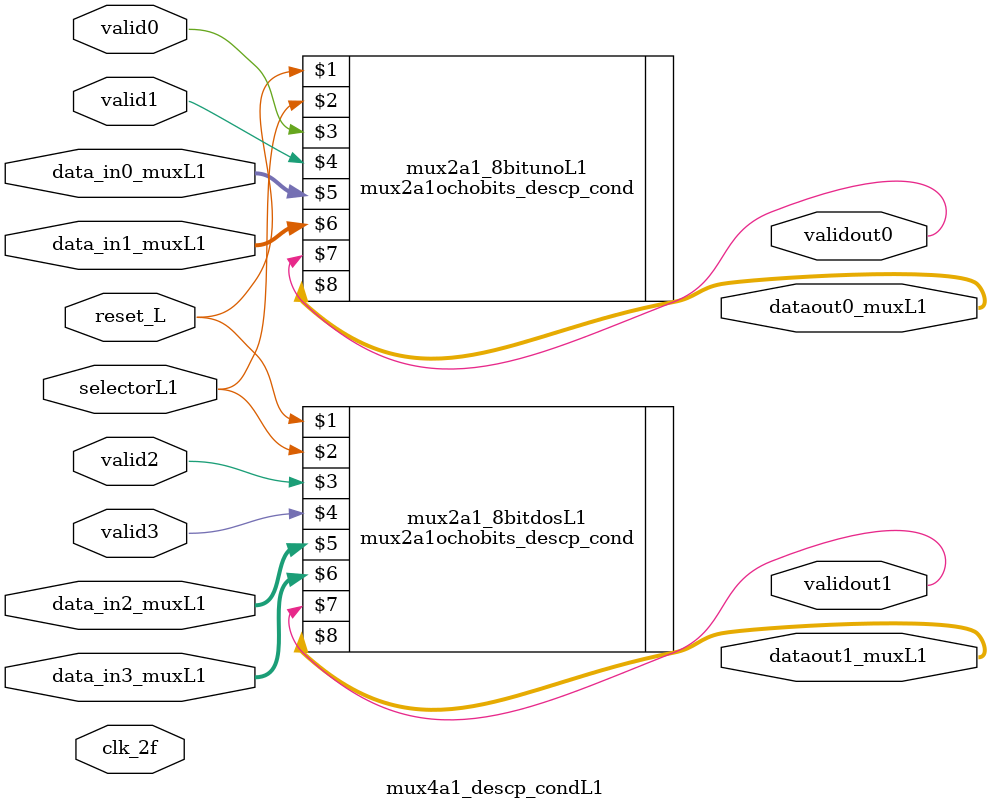
<source format=v>
`include "Mux2a1_ochobits.v"
module mux4a1_descp_condL1(
    //entradas
    input clk_2f,
    input reset_L,
    input selectorL1,
    input valid0,
    input valid1,
    input valid2,
    input valid3,
    input [7:0] data_in0_muxL1,
    input [7:0] data_in1_muxL1,
    input [7:0] data_in2_muxL1,
    input [7:0] data_in3_muxL1,    
    //salidas
    output wire validout0,
    output wire validout1,
    output wire [7:0] dataout0_muxL1,
    output wire [7:0] dataout1_muxL1
    );   
    mux2a1ochobits_descp_cond mux2a1_8bitunoL1(reset_L,selectorL1,valid0,valid1,data_in0_muxL1,data_in1_muxL1,validout0,dataout0_muxL1);
    mux2a1ochobits_descp_cond mux2a1_8bitdosL1(reset_L,selectorL1,valid2,valid3,data_in2_muxL1,data_in3_muxL1,validout1,dataout1_muxL1);
endmodule
</source>
